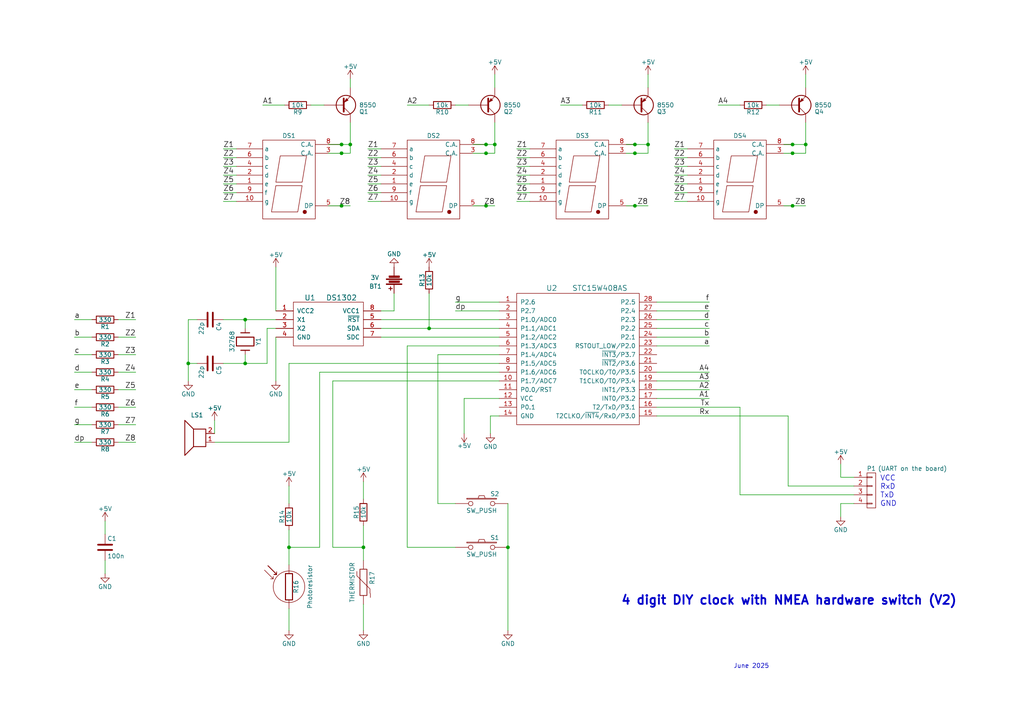
<source format=kicad_sch>
(kicad_sch (version 20250114) (generator "eeschema") (generator_version "9.0")
  (paper "A4")
  (lib_symbols
    (symbol "C_1" (pin_numbers (hide yes)) (pin_names (offset 0.254) (hide yes))
      (property "Reference" "C" (at 0.635 2.54 0))
      (property "Value" "C" (at 0.635 -2.54 0))
      (symbol "C_1_0_1"
        (polyline (pts (xy -2.032 0.762) (xy 2.032 0.762)) (stroke (width 0.508)))
        (polyline (pts (xy -2.032 -0.762) (xy 2.032 -0.762)) (stroke (width 0.508)))
      )
      (symbol "C_1_1_1"
        (pin passive line (at 0 3.81 270) (length 2.794) (name "~") (number "1"))
        (pin passive line (at 0 -3.81 90) (length 2.794) (name "~") (number "2"))
      )
    )
    (symbol "C_2" (pin_numbers (hide yes)) (pin_names (offset 0.254) (hide yes))
      (property "Reference" "C" (at 0.635 2.54 0))
      (property "Value" "C" (at 0.635 -2.54 0))
      (symbol "C_2_0_1"
        (polyline (pts (xy -2.032 0.762) (xy 2.032 0.762)) (stroke (width 0.508)))
        (polyline (pts (xy -2.032 -0.762) (xy 2.032 -0.762)) (stroke (width 0.508)))
      )
      (symbol "C_2_1_1"
        (pin passive line (at 0 3.81 270) (length 2.794) (name "~") (number "1"))
        (pin passive line (at 0 -3.81 90) (length 2.794) (name "~") (number "2"))
      )
    )
    (symbol "Device:Speaker" (pin_names (offset 0) (hide yes))
      (property "Reference" "LS" (at 1.27 5.715 0))
      (property "Value" "Speaker" (at 1.27 3.81 0))
      (symbol "Speaker_0_0"
        (rectangle (start -2.54 1.27) (end 1.016 -3.81) (stroke (width 0.254)))
        (polyline (pts (xy 1.016 1.27) (xy 3.556 3.81) (xy 3.556 -6.35) (xy 1.016 -3.81)) (stroke (width 0.254)))
      )
      (symbol "Speaker_1_1"
        (pin input line (at -5.08 0 0) (length 2.54) (name "1") (number "1"))
        (pin input line (at -5.08 -2.54 0) (length 2.54) (name "2") (number "2"))
      )
    )
    (symbol "S8550_1" (pin_numbers (hide yes)) (pin_names (offset 0) (hide yes))
      (property "Reference" "Q" (at 5.08 1.905 0))
      (property "Value" "S8550" (at 5.08 0 0))
      (property "Footprint" "TO-92" (at 5.08 -1.905 0))
      (symbol "S8550_1_0_1"
        (polyline (pts (xy 0 0) (xy 0.635 0)))
        (polyline (pts (xy 0.635 1.905) (xy 0.635 -1.905) (xy 0.635 -1.905)) (stroke (width 0.508)) (fill (type outline)))
        (circle (center 1.27 0) (radius 2.8194) (stroke (width 0.254)))
        (polyline (pts (xy 1.397 -1.905) (xy 1.905 -1.397) (xy 0.889 -0.889) (xy 1.397 -1.905) (xy 1.397 -1.905)) (fill (type outline)))
        (polyline (pts (xy 2.54 2.54) (xy 0.635 0.635)))
        (polyline (pts (xy 2.54 -2.54) (xy 0.635 -0.635)))
      )
      (symbol "S8550_1_1_1"
        (pin input line (at -5.08 0 0) (length 5.08) (name "B") (number "2"))
        (pin passive line (at 2.54 5.08 270) (length 2.54) (name "C") (number "3"))
        (pin passive line (at 2.54 -5.08 90) (length 2.54) (name "E") (number "1"))
      )
    )
    (symbol "S8550_2" (pin_numbers (hide yes)) (pin_names (offset 0) (hide yes))
      (property "Reference" "Q" (at 5.08 1.905 0))
      (property "Value" "S8550" (at 5.08 0 0))
      (property "Footprint" "TO-92" (at 5.08 -1.905 0))
      (symbol "S8550_2_0_1"
        (polyline (pts (xy 0 0) (xy 0.635 0)))
        (polyline (pts (xy 0.635 1.905) (xy 0.635 -1.905) (xy 0.635 -1.905)) (stroke (width 0.508)) (fill (type outline)))
        (circle (center 1.27 0) (radius 2.8194) (stroke (width 0.254)))
        (polyline (pts (xy 1.397 -1.905) (xy 1.905 -1.397) (xy 0.889 -0.889) (xy 1.397 -1.905) (xy 1.397 -1.905)) (fill (type outline)))
        (polyline (pts (xy 2.54 2.54) (xy 0.635 0.635)))
        (polyline (pts (xy 2.54 -2.54) (xy 0.635 -0.635)))
      )
      (symbol "S8550_2_1_1"
        (pin input line (at -5.08 0 0) (length 5.08) (name "B") (number "2"))
        (pin passive line (at 2.54 5.08 270) (length 2.54) (name "C") (number "3"))
        (pin passive line (at 2.54 -5.08 90) (length 2.54) (name "E") (number "1"))
      )
    )
    (symbol "S8550_3" (pin_numbers (hide yes)) (pin_names (offset 0) (hide yes))
      (property "Reference" "Q" (at 5.08 1.905 0))
      (property "Value" "S8550" (at 5.08 0 0))
      (property "Footprint" "TO-92" (at 5.08 -1.905 0))
      (symbol "S8550_3_0_1"
        (polyline (pts (xy 0 0) (xy 0.635 0)))
        (polyline (pts (xy 0.635 1.905) (xy 0.635 -1.905) (xy 0.635 -1.905)) (stroke (width 0.508)) (fill (type outline)))
        (circle (center 1.27 0) (radius 2.8194) (stroke (width 0.254)))
        (polyline (pts (xy 1.397 -1.905) (xy 1.905 -1.397) (xy 0.889 -0.889) (xy 1.397 -1.905) (xy 1.397 -1.905)) (fill (type outline)))
        (polyline (pts (xy 2.54 2.54) (xy 0.635 0.635)))
        (polyline (pts (xy 2.54 -2.54) (xy 0.635 -0.635)))
      )
      (symbol "S8550_3_1_1"
        (pin input line (at -5.08 0 0) (length 5.08) (name "B") (number "2"))
        (pin passive line (at 2.54 5.08 270) (length 2.54) (name "C") (number "3"))
        (pin passive line (at 2.54 -5.08 90) (length 2.54) (name "E") (number "1"))
      )
    )
    (symbol "S8550_4" (pin_numbers (hide yes)) (pin_names (offset 0) (hide yes))
      (property "Reference" "Q" (at 5.08 1.905 0))
      (property "Value" "S8550" (at 5.08 0 0))
      (property "Footprint" "TO-92" (at 5.08 -1.905 0))
      (symbol "S8550_4_0_1"
        (polyline (pts (xy 0 0) (xy 0.635 0)))
        (polyline (pts (xy 0.635 1.905) (xy 0.635 -1.905) (xy 0.635 -1.905)) (stroke (width 0.508)) (fill (type outline)))
        (circle (center 1.27 0) (radius 2.8194) (stroke (width 0.254)))
        (polyline (pts (xy 1.397 -1.905) (xy 1.905 -1.397) (xy 0.889 -0.889) (xy 1.397 -1.905) (xy 1.397 -1.905)) (fill (type outline)))
        (polyline (pts (xy 2.54 2.54) (xy 0.635 0.635)))
        (polyline (pts (xy 2.54 -2.54) (xy 0.635 -0.635)))
      )
      (symbol "S8550_4_1_1"
        (pin input line (at -5.08 0 0) (length 5.08) (name "B") (number "2"))
        (pin passive line (at 2.54 5.08 270) (length 2.54) (name "C") (number "3"))
        (pin passive line (at 2.54 -5.08 90) (length 2.54) (name "E") (number "1"))
      )
    )
    (symbol "stc_diyclock-rescue:+5V" (power) (pin_names (offset 0))
      (property "Value" "+5V" (at 0 3.556 0))
      (symbol "+5V_0_1"
        (polyline (pts (xy -0.762 1.27) (xy 0 2.54)))
        (polyline (pts (xy 0 2.54) (xy 0.762 1.27)))
        (polyline (pts (xy 0 0) (xy 0 2.54)))
      )
      (symbol "+5V_1_1"
        (pin power_in line (at 0 0 90) (length 0) (hide yes) (name "+5V") (number "1"))
      )
    )
    (symbol "stc_diyclock-rescue:7SEGMENTS"
      (property "Reference" "AFF" (at 0 13.97 0))
      (property "Value" "7SEGMENTS" (at 0 -11.43 0))
      (symbol "7SEGMENTS_0_1"
        (rectangle (start -7.62 12.7) (end 7.62 -10.16))
        (polyline (pts (xy -3.81 -0.508) (xy 3.81 -0.508) (xy 2.54 -8.128) (xy -5.08 -8.128) (xy -3.81 -0.508) (xy -3.81 -0.508)))
        (polyline (pts (xy -2.54 8.128) (xy 5.08 8.128) (xy 3.81 0.508) (xy -3.81 0.508) (xy -2.54 8.128) (xy -2.54 8.128)))
        (circle (center 4.572 -8.128) (radius 0.508) (fill (type outline)))
      )
      (symbol "7SEGMENTS_1_1"
        (pin input line (at -15.24 10.16 0) (length 7.62) (name "a") (number "7"))
        (pin input line (at -15.24 7.62 0) (length 7.62) (name "b") (number "6"))
        (pin input line (at -15.24 5.08 0) (length 7.62) (name "c") (number "4"))
        (pin input line (at -15.24 2.54 0) (length 7.62) (name "d") (number "2"))
        (pin input line (at -15.24 0 0) (length 7.62) (name "e") (number "1"))
        (pin input line (at -15.24 -2.54 0) (length 7.62) (name "f") (number "9"))
        (pin input line (at -15.24 -5.08 0) (length 7.62) (name "g") (number "10"))
        (pin input line (at 15.24 11.43 180) (length 7.62) (name "C.A.") (number "8"))
        (pin input line (at 15.24 8.89 180) (length 7.62) (name "C.A.") (number "3"))
        (pin input line (at 15.24 -6.35 180) (length 7.62) (name "DP") (number "5"))
      )
    )
    (symbol "stc_diyclock-rescue:Battery" (pin_numbers (hide yes)) (pin_names (offset 0))
      (property "Reference" "BT" (at 2.54 1.27 0))
      (property "Value" "Battery" (at 2.54 -1.27 0))
      (symbol "Battery_0_1"
        (rectangle (start -2.286 1.27) (end 2.286 1.016) (fill (type outline)))
        (rectangle (start -2.286 -0.1778) (end 2.286 -0.4318) (fill (type outline)))
        (rectangle (start -1.5748 0.6858) (end 1.4732 0.1778) (fill (type outline)))
        (rectangle (start -1.5748 -0.762) (end 1.4732 -1.27) (fill (type outline)))
        (polyline (pts (xy 0.508 2.413) (xy 1.524 2.413)) (stroke (width 0.254)))
        (polyline (pts (xy 1.016 2.921) (xy 1.016 1.905)) (stroke (width 0.254)))
      )
      (symbol "Battery_1_1"
        (pin passive line (at 0 3.81 270) (length 2.54) (name "~") (number "1"))
        (pin passive line (at 0 -3.81 90) (length 2.54) (name "~") (number "2"))
      )
    )
    (symbol "stc_diyclock-rescue:C" (pin_numbers (hide yes)) (pin_names (offset 0.254))
      (property "Reference" "C" (at 0.635 2.54 0))
      (property "Value" "C" (at 0.635 -2.54 0))
      (symbol "C_0_1"
        (polyline (pts (xy -2.032 0.762) (xy 2.032 0.762)) (stroke (width 0.508)))
        (polyline (pts (xy -2.032 -0.762) (xy 2.032 -0.762)) (stroke (width 0.508)))
      )
      (symbol "C_1_1"
        (pin passive line (at 0 3.81 270) (length 2.794) (name "~") (number "1"))
        (pin passive line (at 0 -3.81 90) (length 2.794) (name "~") (number "2"))
      )
    )
    (symbol "stc_diyclock-rescue:CONN_01X04" (pin_names (offset 1.016) (hide yes))
      (property "Reference" "P" (at 0 6.35 0))
      (property "Value" "CONN_01X04" (at 2.54 0 90))
      (symbol "CONN_01X04_0_1"
        (rectangle (start -1.27 5.08) (end 1.27 -5.08))
        (rectangle (start -1.27 3.937) (end 0.254 3.683))
        (rectangle (start -1.27 1.397) (end 0.254 1.143))
        (rectangle (start -1.27 -1.143) (end 0.254 -1.397))
        (rectangle (start -1.27 -3.683) (end 0.254 -3.937))
      )
      (symbol "CONN_01X04_1_1"
        (pin passive line (at -5.08 3.81 0) (length 3.81) (name "P1") (number "1"))
        (pin passive line (at -5.08 1.27 0) (length 3.81) (name "P2") (number "2"))
        (pin passive line (at -5.08 -1.27 0) (length 3.81) (name "P3") (number "3"))
        (pin passive line (at -5.08 -3.81 0) (length 3.81) (name "P4") (number "4"))
      )
    )
    (symbol "stc_diyclock-rescue:Crystal" (pin_numbers (hide yes)) (pin_names (offset 1.016) (hide yes))
      (property "Reference" "Y" (at 0 3.81 0))
      (property "Value" "Crystal" (at 0 -3.81 0))
      (symbol "Crystal_0_1"
        (polyline (pts (xy -2.54 -1.27) (xy -2.54 1.27)) (stroke (width 0.3048)))
        (rectangle (start -1.27 2.54) (end 1.27 -2.54) (stroke (width 0.3048)))
        (polyline (pts (xy 2.54 -1.27) (xy 2.54 1.27)) (stroke (width 0.3048)))
      )
      (symbol "Crystal_1_1"
        (pin passive line (at -3.81 0 0) (length 1.27) (name "1") (number "1"))
        (pin passive line (at 3.81 0 180) (length 1.27) (name "2") (number "2"))
      )
    )
    (symbol "stc_diyclock-rescue:DS1302" (pin_names (offset 1.016))
      (property "Reference" "U" (at 0 7.62 0))
      (property "Value" "DS1302" (at 0 -7.62 0))
      (symbol "DS1302_0_1"
        (rectangle (start -10.16 6.35) (end 10.16 -6.35))
      )
      (symbol "DS1302_1_1"
        (pin input line (at -15.24 3.81 0) (length 5.08) (name "VCC2") (number "1"))
        (pin input line (at -15.24 1.27 0) (length 5.08) (name "X1") (number "2"))
        (pin output line (at -15.24 -1.27 0) (length 5.08) (name "X2") (number "3"))
        (pin power_in line (at -15.24 -3.81 0) (length 5.08) (name "GND") (number "4"))
        (pin power_in line (at 15.24 3.81 180) (length 5.08) (name "VCC1") (number "8"))
        (pin input line (at 15.24 1.27 180) (length 5.08) (name "~{RST}") (number "5"))
        (pin bidirectional line (at 15.24 -1.27 180) (length 5.08) (name "SDA") (number "6"))
        (pin input line (at 15.24 -3.81 180) (length 5.08) (name "SDC") (number "7"))
      )
    )
    (symbol "stc_diyclock-rescue:GND" (power) (pin_names (offset 0))
      (property "Value" "GND" (at 0 -3.81 0))
      (symbol "GND_0_1"
        (polyline (pts (xy 0 0) (xy 0 -1.27) (xy 1.27 -1.27) (xy 0 -2.54) (xy -1.27 -1.27) (xy 0 -1.27)))
      )
      (symbol "GND_1_1"
        (pin power_in line (at 0 0 270) (length 0) (hide yes) (name "GND") (number "1"))
      )
    )
    (symbol "stc_diyclock-rescue:Photores" (pin_numbers (hide yes)) (pin_names (offset 0))
      (property "Reference" "R" (at 2.032 0 90))
      (property "Value" "Photores" (at 5.334 0 90))
      (symbol "Photores_0_1"
        (polyline (pts (xy -4.572 2.286) (xy -7.112 4.826)))
        (polyline (pts (xy -4.572 2.286) (xy -5.334 2.286)))
        (polyline (pts (xy -4.572 2.286) (xy -4.572 3.048)))
        (polyline (pts (xy -3.556 3.556) (xy -6.096 6.096)))
        (polyline (pts (xy -3.556 3.556) (xy -6.096 6.096)))
        (polyline (pts (xy -3.556 3.556) (xy -6.096 6.096)))
        (polyline (pts (xy -3.556 3.556) (xy -6.096 6.096)))
        (polyline (pts (xy -3.556 3.556) (xy -6.096 6.096)))
        (polyline (pts (xy -3.556 3.556) (xy -6.096 6.096)))
        (polyline (pts (xy -3.556 3.556) (xy -6.096 6.096)))
        (polyline (pts (xy -3.556 3.556) (xy -6.096 6.096)))
        (polyline (pts (xy -3.556 3.556) (xy -4.318 3.556)))
        (polyline (pts (xy -3.556 3.556) (xy -4.318 3.556)))
        (polyline (pts (xy -3.556 3.556) (xy -4.318 3.556)))
        (polyline (pts (xy -3.556 3.556) (xy -4.318 3.556)))
        (polyline (pts (xy -3.556 3.556) (xy -4.318 3.556)))
        (polyline (pts (xy -3.556 3.556) (xy -4.318 3.556)))
        (polyline (pts (xy -3.556 3.556) (xy -4.318 3.556)))
        (polyline (pts (xy -3.556 3.556) (xy -4.318 3.556)))
        (polyline (pts (xy -3.556 3.556) (xy -3.556 4.318)))
        (polyline (pts (xy -3.556 3.556) (xy -3.556 4.318)))
        (polyline (pts (xy -3.556 3.556) (xy -3.556 4.318)))
        (polyline (pts (xy -3.556 3.556) (xy -3.556 4.318)))
        (polyline (pts (xy -3.556 3.556) (xy -3.556 4.318)))
        (polyline (pts (xy -3.556 3.556) (xy -3.556 4.318)))
        (polyline (pts (xy -3.556 3.556) (xy -3.556 4.318)))
        (polyline (pts (xy -3.556 3.556) (xy -3.556 4.318)))
        (rectangle (start -1.016 3.81) (end 1.016 -3.81) (stroke (width 0.3048)))
        (circle (center 0 0) (radius 4.572))
      )
      (symbol "Photores_1_1"
        (pin passive line (at 0 6.35 270) (length 2.54) (name "~") (number "1"))
        (pin passive line (at 0 -6.35 90) (length 2.54) (name "~") (number "2"))
      )
    )
    (symbol "stc_diyclock-rescue:R" (pin_numbers (hide yes)) (pin_names (offset 0))
      (property "Reference" "R" (at 2.032 0 90))
      (property "Value" "R" (at 0 0 90))
      (symbol "R_0_1"
        (rectangle (start -1.016 -2.54) (end 1.016 2.54) (stroke (width 0.254)))
      )
      (symbol "R_1_1"
        (pin passive line (at 0 3.81 270) (length 1.27) (name "~") (number "1"))
        (pin passive line (at 0 -3.81 90) (length 1.27) (name "~") (number "2"))
      )
    )
    (symbol "stc_diyclock-rescue:STC15W408AS" (pin_names (offset 1.016))
      (property "Reference" "U" (at 0 20.32 0))
      (property "Value" "STC15W408AS" (at 0 -20.32 0))
      (symbol "STC15W408AS_0_1"
        (rectangle (start 17.78 19.05) (end -17.78 -19.05))
      )
      (symbol "STC15W408AS_1_1"
        (pin bidirectional line (at -22.86 16.51 0) (length 5.08) (name "P2.6") (number "1"))
        (pin bidirectional line (at -22.86 13.97 0) (length 5.08) (name "P2.7") (number "2"))
        (pin bidirectional line (at -22.86 11.43 0) (length 5.08) (name "P1.0/ADC0") (number "3"))
        (pin bidirectional line (at -22.86 8.89 0) (length 5.08) (name "P1.1/ADC1") (number "4"))
        (pin bidirectional line (at -22.86 6.35 0) (length 5.08) (name "P1.2/ADC2") (number "5"))
        (pin bidirectional line (at -22.86 3.81 0) (length 5.08) (name "P1.3/ADC3") (number "6"))
        (pin bidirectional line (at -22.86 1.27 0) (length 5.08) (name "P1.4/ADC4") (number "7"))
        (pin bidirectional line (at -22.86 -1.27 0) (length 5.08) (name "P1.5/ADC5") (number "8"))
        (pin bidirectional line (at -22.86 -3.81 0) (length 5.08) (name "P1.6/ADC6") (number "9"))
        (pin bidirectional line (at -22.86 -6.35 0) (length 5.08) (name "P1.7/ADC7") (number "10"))
        (pin bidirectional line (at -22.86 -8.89 0) (length 5.08) (name "P0.0/RST") (number "11"))
        (pin power_in line (at -22.86 -11.43 0) (length 5.08) (name "VCC") (number "12"))
        (pin bidirectional line (at -22.86 -13.97 0) (length 5.08) (name "P0.1") (number "13"))
        (pin input line (at -22.86 -16.51 0) (length 5.08) (name "GND") (number "14"))
        (pin bidirectional line (at 22.86 16.51 180) (length 5.08) (name "P2.5") (number "28"))
        (pin bidirectional line (at 22.86 13.97 180) (length 5.08) (name "P2.4") (number "27"))
        (pin bidirectional line (at 22.86 11.43 180) (length 5.08) (name "P2.3") (number "26"))
        (pin bidirectional line (at 22.86 8.89 180) (length 5.08) (name "P2.2") (number "25"))
        (pin bidirectional line (at 22.86 6.35 180) (length 5.08) (name "P2.1") (number "24"))
        (pin bidirectional line (at 22.86 3.81 180) (length 5.08) (name "RSTOUT_LOW/P2.0") (number "23"))
        (pin bidirectional line (at 22.86 1.27 180) (length 5.08) (name "~{INT3}/P3.7") (number "22"))
        (pin bidirectional line (at 22.86 -1.27 180) (length 5.08) (name "~{INT2}/P3.6") (number "21"))
        (pin bidirectional line (at 22.86 -3.81 180) (length 5.08) (name "T0CLKO/T0/P3.5") (number "20"))
        (pin bidirectional line (at 22.86 -6.35 180) (length 5.08) (name "T1CLKO/T0/P3.4") (number "19"))
        (pin bidirectional line (at 22.86 -8.89 180) (length 5.08) (name "INT1/P3.3") (number "18"))
        (pin bidirectional line (at 22.86 -11.43 180) (length 5.08) (name "INT0/P3.2") (number "17"))
        (pin bidirectional line (at 22.86 -13.97 180) (length 5.08) (name "T2/TxD/P3.1") (number "16"))
        (pin bidirectional line (at 22.86 -16.51 180) (length 5.08) (name "T2CLKO/~{INT4}/RxD/P3.0") (number "15"))
      )
    )
    (symbol "stc_diyclock-rescue:SW_PUSH" (pin_numbers (hide yes)) (pin_names (offset 1.016) (hide yes))
      (property "Reference" "SW" (at 3.81 2.794 0))
      (property "Value" "SW_PUSH" (at 0 -2.032 0))
      (symbol "SW_PUSH_0_1"
        (rectangle (start -4.318 1.27) (end 4.318 1.524))
        (polyline (pts (xy -1.016 1.524) (xy -0.762 2.286) (xy 0.762 2.286) (xy 1.016 1.524)))
        (pin passive inverted (at -7.62 0 0) (length 5.08) (name "1") (number "1"))
        (pin passive inverted (at 7.62 0 180) (length 5.08) (name "2") (number "2"))
      )
    )
    (symbol "stc_diyclock-rescue:THERMISTOR" (pin_numbers (hide yes)) (pin_names (offset 0))
      (property "Reference" "TH" (at 2.54 1.27 90))
      (property "Value" "THERMISTOR" (at -2.54 0 90))
      (symbol "THERMISTOR_0_1"
        (polyline (pts (xy -1.905 3.175) (xy -1.905 1.905) (xy 1.905 -1.905) (xy 1.905 -3.175) (xy 1.905 -3.175)))
        (rectangle (start -1.016 3.81) (end 1.016 -3.81) (stroke (width 0.2032)))
        (text "-" (at 1.905 -3.81 900) (effects (font (size 1.524 1.524))))
      )
      (symbol "THERMISTOR_1_1"
        (pin passive line (at 0 6.35 270) (length 2.54) (name "~") (number "1"))
        (pin passive line (at 0 -6.35 90) (length 2.54) (name "~") (number "2"))
      )
    )
  )
  (text "VCC\nRxD\nTxD\nGND" (at 255.27 147.066 0) (effects (font (size 1.524 1.524)) (justify left bottom)))
  (text "June 2025" (at 217.932 193.294 0) (effects (font (size 1.27 1.27))))
  (text "4 digit DIY clock with NMEA hardware switch (V2)" (at 228.854 174.244 0) (effects (font (size 2.54 2.54) (thickness 0.508) (bold yes))))
  (junction (at 229.87 59.69))
  (junction (at 140.97 44.45))
  (junction (at 140.97 59.69))
  (junction (at 54.61 105.41))
  (junction (at 184.15 41.91))
  (junction (at 124.46 95.25))
  (junction (at 101.6 41.91))
  (junction (at 184.15 44.45))
  (junction (at 99.06 44.45))
  (junction (at 105.41 158.75))
  (junction (at 99.06 41.91))
  (junction (at 83.82 158.75))
  (junction (at 140.97 41.91))
  (junction (at 99.06 59.69))
  (junction (at 229.87 44.45))
  (junction (at 71.12 92.71))
  (junction (at 143.51 41.91))
  (junction (at 184.15 59.69))
  (junction (at 233.68 41.91))
  (junction (at 71.12 105.41))
  (junction (at 147.32 158.75))
  (junction (at 187.96 41.91))
  (junction (at 229.87 41.91))
  (wire (pts (xy 190.5 113.03) (xy 205.74 113.03)))
  (wire (pts (xy 54.61 105.41) (xy 57.15 105.41)))
  (wire (pts (xy 190.5 95.25) (xy 205.74 95.25)))
  (wire (pts (xy 34.29 118.11) (xy 39.37 118.11)))
  (wire (pts (xy 92.71 107.95) (xy 144.78 107.95)))
  (wire (pts (xy 105.41 152.4) (xy 105.41 158.75)))
  (wire (pts (xy 140.97 41.91) (xy 143.51 41.91)))
  (wire (pts (xy 101.6 41.91) (xy 101.6 35.56)))
  (wire (pts (xy 132.08 30.48) (xy 135.89 30.48)))
  (wire (pts (xy 34.29 102.87) (xy 39.37 102.87)))
  (wire (pts (xy 137.16 41.91) (xy 140.97 41.91)))
  (wire (pts (xy 26.67 118.11) (xy 21.59 118.11)))
  (wire (pts (xy 71.12 95.25) (xy 71.12 92.71)))
  (wire (pts (xy 110.49 53.34) (xy 106.68 53.34)))
  (wire (pts (xy 127 146.05) (xy 132.08 146.05)))
  (wire (pts (xy 247.65 146.05) (xy 243.84 146.05)))
  (wire (pts (xy 83.82 158.75) (xy 92.71 158.75)))
  (wire (pts (xy 187.96 25.4) (xy 187.96 21.59)))
  (wire (pts (xy 110.49 55.88) (xy 106.68 55.88)))
  (wire (pts (xy 127 102.87) (xy 127 146.05)))
  (wire (pts (xy 34.29 113.03) (xy 39.37 113.03)))
  (wire (pts (xy 190.5 120.65) (xy 228.6 120.65)))
  (wire (pts (xy 144.78 100.33) (xy 118.11 100.33)))
  (wire (pts (xy 105.41 158.75) (xy 105.41 162.56)))
  (wire (pts (xy 95.25 59.69) (xy 99.06 59.69)))
  (wire (pts (xy 229.87 44.45) (xy 233.68 44.45)))
  (wire (pts (xy 190.5 110.49) (xy 205.74 110.49)))
  (wire (pts (xy 93.98 30.48) (xy 90.17 30.48)))
  (wire (pts (xy 96.52 110.49) (xy 144.78 110.49)))
  (wire (pts (xy 34.29 92.71) (xy 39.37 92.71)))
  (wire (pts (xy 110.49 45.72) (xy 106.68 45.72)))
  (wire (pts (xy 144.78 115.57) (xy 134.62 115.57)))
  (wire (pts (xy 153.67 50.8) (xy 149.86 50.8)))
  (wire (pts (xy 26.67 92.71) (xy 21.59 92.71)))
  (wire (pts (xy 144.78 120.65) (xy 142.24 120.65)))
  (wire (pts (xy 110.49 58.42) (xy 106.68 58.42)))
  (wire (pts (xy 233.68 41.91) (xy 233.68 35.56)))
  (wire (pts (xy 143.51 41.91) (xy 143.51 35.56)))
  (wire (pts (xy 190.5 107.95) (xy 205.74 107.95)))
  (wire (pts (xy 181.61 44.45) (xy 184.15 44.45)))
  (wire (pts (xy 184.15 59.69) (xy 187.96 59.69)))
  (wire (pts (xy 68.58 55.88) (xy 64.77 55.88)))
  (wire (pts (xy 214.63 118.11) (xy 214.63 143.51)))
  (wire (pts (xy 214.63 143.51) (xy 247.65 143.51)))
  (wire (pts (xy 227.33 44.45) (xy 229.87 44.45)))
  (wire (pts (xy 99.06 44.45) (xy 101.6 44.45)))
  (wire (pts (xy 26.67 97.79) (xy 21.59 97.79)))
  (wire (pts (xy 243.84 146.05) (xy 243.84 149.86)))
  (wire (pts (xy 110.49 97.79) (xy 144.78 97.79)))
  (wire (pts (xy 77.47 105.41) (xy 77.47 95.25)))
  (wire (pts (xy 233.68 44.45) (xy 233.68 41.91)))
  (wire (pts (xy 229.87 59.69) (xy 233.68 59.69)))
  (wire (pts (xy 184.15 41.91) (xy 187.96 41.91)))
  (wire (pts (xy 99.06 59.69) (xy 101.6 59.69)))
  (wire (pts (xy 153.67 55.88) (xy 149.86 55.88)))
  (wire (pts (xy 153.67 48.26) (xy 149.86 48.26)))
  (wire (pts (xy 34.29 97.79) (xy 39.37 97.79)))
  (wire (pts (xy 199.39 50.8) (xy 195.58 50.8)))
  (wire (pts (xy 187.96 44.45) (xy 187.96 41.91)))
  (wire (pts (xy 83.82 158.75) (xy 83.82 163.83)))
  (wire (pts (xy 181.61 41.91) (xy 184.15 41.91)))
  (wire (pts (xy 190.5 90.17) (xy 205.74 90.17)))
  (wire (pts (xy 34.29 107.95) (xy 39.37 107.95)))
  (wire (pts (xy 26.67 123.19) (xy 21.59 123.19)))
  (wire (pts (xy 96.52 110.49) (xy 96.52 158.75)))
  (wire (pts (xy 92.71 107.95) (xy 92.71 158.75)))
  (wire (pts (xy 144.78 87.63) (xy 132.08 87.63)))
  (wire (pts (xy 243.84 138.43) (xy 247.65 138.43)))
  (wire (pts (xy 190.5 100.33) (xy 205.74 100.33)))
  (wire (pts (xy 80.01 77.47) (xy 80.01 90.17)))
  (wire (pts (xy 168.91 30.48) (xy 162.56 30.48)))
  (wire (pts (xy 96.52 158.75) (xy 105.41 158.75)))
  (wire (pts (xy 144.78 102.87) (xy 127 102.87)))
  (wire (pts (xy 105.41 175.26) (xy 105.41 182.88)))
  (wire (pts (xy 95.25 41.91) (xy 99.06 41.91)))
  (wire (pts (xy 190.5 97.79) (xy 205.74 97.79)))
  (wire (pts (xy 110.49 95.25) (xy 124.46 95.25)))
  (wire (pts (xy 229.87 41.91) (xy 233.68 41.91)))
  (wire (pts (xy 199.39 45.72) (xy 195.58 45.72)))
  (wire (pts (xy 26.67 102.87) (xy 21.59 102.87)))
  (wire (pts (xy 71.12 105.41) (xy 71.12 102.87)))
  (wire (pts (xy 184.15 44.45) (xy 187.96 44.45)))
  (wire (pts (xy 153.67 45.72) (xy 149.86 45.72)))
  (wire (pts (xy 147.32 158.75) (xy 147.32 182.88)))
  (wire (pts (xy 105.41 144.78) (xy 105.41 139.7)))
  (wire (pts (xy 34.29 128.27) (xy 39.37 128.27)))
  (wire (pts (xy 124.46 85.09) (xy 124.46 95.25)))
  (wire (pts (xy 228.6 140.97) (xy 247.65 140.97)))
  (wire (pts (xy 110.49 92.71) (xy 144.78 92.71)))
  (wire (pts (xy 30.48 151.13) (xy 30.48 154.94)))
  (wire (pts (xy 68.58 53.34) (xy 64.77 53.34)))
  (wire (pts (xy 118.11 158.75) (xy 132.08 158.75)))
  (wire (pts (xy 34.29 123.19) (xy 39.37 123.19)))
  (wire (pts (xy 83.82 128.27) (xy 62.23 128.27)))
  (wire (pts (xy 153.67 53.34) (xy 149.86 53.34)))
  (wire (pts (xy 68.58 50.8) (xy 64.77 50.8)))
  (wire (pts (xy 137.16 44.45) (xy 140.97 44.45)))
  (wire (pts (xy 199.39 48.26) (xy 195.58 48.26)))
  (wire (pts (xy 243.84 134.62) (xy 243.84 138.43)))
  (wire (pts (xy 110.49 50.8) (xy 106.68 50.8)))
  (wire (pts (xy 99.06 41.91) (xy 101.6 41.91)))
  (wire (pts (xy 137.16 59.69) (xy 140.97 59.69)))
  (wire (pts (xy 181.61 59.69) (xy 184.15 59.69)))
  (wire (pts (xy 83.82 153.67) (xy 83.82 158.75)))
  (wire (pts (xy 227.33 59.69) (xy 229.87 59.69)))
  (wire (pts (xy 142.24 120.65) (xy 142.24 125.73)))
  (wire (pts (xy 199.39 58.42) (xy 195.58 58.42)))
  (wire (pts (xy 54.61 92.71) (xy 54.61 105.41)))
  (wire (pts (xy 26.67 107.95) (xy 21.59 107.95)))
  (wire (pts (xy 110.49 90.17) (xy 114.3 90.17)))
  (wire (pts (xy 101.6 44.45) (xy 101.6 41.91)))
  (wire (pts (xy 124.46 95.25) (xy 144.78 95.25)))
  (wire (pts (xy 68.58 58.42) (xy 64.77 58.42)))
  (wire (pts (xy 199.39 55.88) (xy 195.58 55.88)))
  (wire (pts (xy 80.01 92.71) (xy 71.12 92.71)))
  (wire (pts (xy 214.63 30.48) (xy 208.28 30.48)))
  (wire (pts (xy 68.58 45.72) (xy 64.77 45.72)))
  (wire (pts (xy 62.23 121.92) (xy 62.23 125.73)))
  (wire (pts (xy 26.67 128.27) (xy 21.59 128.27)))
  (wire (pts (xy 143.51 44.45) (xy 143.51 41.91)))
  (wire (pts (xy 147.32 146.05) (xy 147.32 158.75)))
  (wire (pts (xy 101.6 25.4) (xy 101.6 22.86)))
  (wire (pts (xy 110.49 48.26) (xy 106.68 48.26)))
  (wire (pts (xy 54.61 105.41) (xy 54.61 110.49)))
  (wire (pts (xy 144.78 90.17) (xy 132.08 90.17)))
  (wire (pts (xy 199.39 43.18) (xy 195.58 43.18)))
  (wire (pts (xy 83.82 176.53) (xy 83.82 182.88)))
  (wire (pts (xy 140.97 59.69) (xy 143.51 59.69)))
  (wire (pts (xy 180.34 30.48) (xy 176.53 30.48)))
  (wire (pts (xy 64.77 105.41) (xy 71.12 105.41)))
  (wire (pts (xy 228.6 120.65) (xy 228.6 140.97)))
  (wire (pts (xy 95.25 44.45) (xy 99.06 44.45)))
  (wire (pts (xy 71.12 105.41) (xy 77.47 105.41)))
  (wire (pts (xy 71.12 92.71) (xy 64.77 92.71)))
  (wire (pts (xy 68.58 48.26) (xy 64.77 48.26)))
  (wire (pts (xy 140.97 44.45) (xy 143.51 44.45)))
  (wire (pts (xy 82.55 30.48) (xy 76.2 30.48)))
  (wire (pts (xy 153.67 58.42) (xy 149.86 58.42)))
  (wire (pts (xy 190.5 115.57) (xy 205.74 115.57)))
  (wire (pts (xy 83.82 105.41) (xy 83.82 128.27)))
  (wire (pts (xy 199.39 53.34) (xy 195.58 53.34)))
  (wire (pts (xy 83.82 146.05) (xy 83.82 140.97)))
  (wire (pts (xy 233.68 25.4) (xy 233.68 21.59)))
  (wire (pts (xy 190.5 118.11) (xy 214.63 118.11)))
  (wire (pts (xy 227.33 41.91) (xy 229.87 41.91)))
  (wire (pts (xy 118.11 100.33) (xy 118.11 158.75)))
  (wire (pts (xy 114.3 85.09) (xy 114.3 90.17)))
  (wire (pts (xy 143.51 25.4) (xy 143.51 21.59)))
  (wire (pts (xy 144.78 105.41) (xy 83.82 105.41)))
  (wire (pts (xy 226.06 30.48) (xy 222.25 30.48)))
  (wire (pts (xy 110.49 43.18) (xy 106.68 43.18)))
  (wire (pts (xy 190.5 92.71) (xy 205.74 92.71)))
  (wire (pts (xy 30.48 162.56) (xy 30.48 166.37)))
  (wire (pts (xy 57.15 92.71) (xy 54.61 92.71)))
  (wire (pts (xy 134.62 115.57) (xy 134.62 125.73)))
  (wire (pts (xy 153.67 43.18) (xy 149.86 43.18)))
  (wire (pts (xy 124.46 30.48) (xy 118.11 30.48)))
  (wire (pts (xy 187.96 41.91) (xy 187.96 35.56)))
  (wire (pts (xy 190.5 87.63) (xy 205.74 87.63)))
  (wire (pts (xy 26.67 113.03) (xy 21.59 113.03)))
  (wire (pts (xy 68.58 43.18) (xy 64.77 43.18)))
  (wire (pts (xy 80.01 97.79) (xy 80.01 110.49)))
  (wire (pts (xy 80.01 95.25) (xy 77.47 95.25)))
  (label "c" (at 21.59 102.87 0) (effects (font (size 1.524 1.524))))
  (label "Z2" (at 195.58 45.72 0) (effects (font (size 1.524 1.524))))
  (label "d" (at 21.59 107.95 0) (effects (font (size 1.524 1.524))))
  (label "dp" (at 132.08 90.17 0) (effects (font (size 1.524 1.524))))
  (label "a" (at 21.59 92.71 0) (effects (font (size 1.524 1.524))))
  (label "b" (at 21.59 97.79 0) (effects (font (size 1.524 1.524))))
  (label "  " (at 132.08 118.11 0) (effects (font (size 1.524 1.524))))
  (label "Z6" (at 106.68 55.88 0) (effects (font (size 1.524 1.524))))
  (label "Z2" (at 39.37 97.79 180) (effects (font (size 1.524 1.524))))
  (label "Z8" (at 233.68 59.69 180) (effects (font (size 1.524 1.524))))
  (label "Z4" (at 149.86 50.8 0) (effects (font (size 1.524 1.524))))
  (label "Z3" (at 195.58 48.26 0) (effects (font (size 1.524 1.524))))
  (label "A1" (at 205.74 115.57 180) (effects (font (size 1.524 1.524))))
  (label "A4" (at 208.28 30.48 0) (effects (font (size 1.524 1.524))))
  (label "Z2" (at 106.68 45.72 0) (effects (font (size 1.524 1.524))))
  (label "g" (at 132.08 87.63 0) (effects (font (size 1.524 1.524))))
  (label "Z4" (at 195.58 50.8 0) (effects (font (size 1.524 1.524))))
  (label "Z3" (at 64.77 48.26 0) (effects (font (size 1.524 1.524))))
  (label "Z1" (at 39.37 92.71 180) (effects (font (size 1.524 1.524))))
  (label "Z7" (at 106.68 58.42 0) (effects (font (size 1.524 1.524))))
  (label "Z8" (at 101.6 59.69 180) (effects (font (size 1.524 1.524))))
  (label "Z5" (at 106.68 53.34 0) (effects (font (size 1.524 1.524))))
  (label "Z3" (at 106.68 48.26 0) (effects (font (size 1.524 1.524))))
  (label "a" (at 205.74 100.33 180) (effects (font (size 1.524 1.524))))
  (label "Z1" (at 195.58 43.18 0) (effects (font (size 1.524 1.524))))
  (label "A2" (at 118.11 30.48 0) (effects (font (size 1.524 1.524))))
  (label "Z7" (at 39.37 123.19 180) (effects (font (size 1.524 1.524))))
  (label "f" (at 21.59 118.11 0) (effects (font (size 1.524 1.524))))
  (label "Z6" (at 195.58 55.88 0) (effects (font (size 1.524 1.524))))
  (label "Z1" (at 106.68 43.18 0) (effects (font (size 1.524 1.524))))
  (label "f" (at 205.74 87.63 180) (effects (font (size 1.524 1.524))))
  (label "A4" (at 205.74 107.95 180) (effects (font (size 1.524 1.524))))
  (label "b" (at 205.74 97.79 180) (effects (font (size 1.524 1.524))))
  (label "Z4" (at 64.77 50.8 0) (effects (font (size 1.524 1.524))))
  (label "Z5" (at 39.37 113.03 180) (effects (font (size 1.524 1.524))))
  (label "A3" (at 205.74 110.49 180) (effects (font (size 1.524 1.524))))
  (label "  " (at 132.08 113.03 0) (effects (font (size 1.524 1.524))))
  (label "Z1" (at 64.77 43.18 0) (effects (font (size 1.524 1.524))))
  (label "Rx" (at 205.74 120.65 180) (effects (font (size 1.524 1.524))))
  (label "Z6" (at 64.77 55.88 0) (effects (font (size 1.524 1.524))))
  (label "Tx" (at 205.74 118.11 180) (effects (font (size 1.524 1.524))))
  (label "Z5" (at 195.58 53.34 0) (effects (font (size 1.524 1.524))))
  (label "Z7" (at 149.86 58.42 0) (effects (font (size 1.524 1.524))))
  (label "d" (at 205.74 92.71 180) (effects (font (size 1.524 1.524))))
  (label "Z5" (at 64.77 53.34 0) (effects (font (size 1.524 1.524))))
  (label "e" (at 21.59 113.03 0) (effects (font (size 1.524 1.524))))
  (label "Z6" (at 149.86 55.88 0) (effects (font (size 1.524 1.524))))
  (label "A1" (at 76.2 30.48 0) (effects (font (size 1.524 1.524))))
  (label "Z4" (at 106.68 50.8 0) (effects (font (size 1.524 1.524))))
  (label "g" (at 21.59 123.19 0) (effects (font (size 1.524 1.524))))
  (label "Z7" (at 195.58 58.42 0) (effects (font (size 1.524 1.524))))
  (label "Z1" (at 149.86 43.18 0) (effects (font (size 1.524 1.524))))
  (label "Z6" (at 39.37 118.11 180) (effects (font (size 1.524 1.524))))
  (label "Z3" (at 149.86 48.26 0) (effects (font (size 1.524 1.524))))
  (label "Z8" (at 187.96 59.69 180) (effects (font (size 1.524 1.524))))
  (label "Z2" (at 149.86 45.72 0) (effects (font (size 1.524 1.524))))
  (label "Z8" (at 39.37 128.27 180) (effects (font (size 1.524 1.524))))
  (label "dp" (at 21.59 128.27 0) (effects (font (size 1.524 1.524))))
  (label "Z5" (at 149.86 53.34 0) (effects (font (size 1.524 1.524))))
  (label "c" (at 205.74 95.25 180) (effects (font (size 1.524 1.524))))
  (label "Z7" (at 64.77 58.42 0) (effects (font (size 1.524 1.524))))
  (label "e" (at 205.74 90.17 180) (effects (font (size 1.524 1.524))))
  (label "Z4" (at 39.37 107.95 180) (effects (font (size 1.524 1.524))))
  (label "A2" (at 205.74 113.03 180) (effects (font (size 1.524 1.524))))
  (label "Z3" (at 39.37 102.87 180) (effects (font (size 1.524 1.524))))
  (label "Z8" (at 143.51 59.69 180) (effects (font (size 1.524 1.524))))
  (label "  " (at 132.08 102.87 0) (effects (font (size 1.524 1.524))))
  (label "A3" (at 162.56 30.48 0) (effects (font (size 1.524 1.524))))
  (label "Z2" (at 64.77 45.72 0) (effects (font (size 1.524 1.524))))
  (symbol (lib_id "stc_diyclock-rescue:R") (at 30.48 113.03 270) (unit 1)
    (property "Reference" "R5" (at 30.48 115.062 90))
    (property "Value" "330" (at 30.48 113.03 90))
  )
  (symbol (lib_id "stc_diyclock-rescue:GND") (at 80.01 110.49 0) (unit 1)
    (property "Reference" "#PWR09" (effects (hide yes)))
    (property "Value" "GND" (at 80.01 114.3 0))
  )
  (symbol (lib_id "stc_diyclock-rescue:GND") (at 147.32 182.88 0) (unit 1)
    (property "Reference" "#PWR023" (effects (hide yes)))
    (property "Value" "GND" (at 147.32 186.69 0))
  )
  (symbol (lib_id "stc_diyclock-rescue:Photores") (at 83.82 170.18 0) (unit 1)
    (property "Reference" "R16" (at 85.852 170.18 90))
    (property "Value" "Photoresistor" (at 89.154 170.18 90) (effects (justify top)))
  )
  (symbol (lib_id "stc_diyclock-rescue:SW_PUSH") (at 139.7 146.05 0) (unit 1)
    (property "Reference" "S2" (at 143.51 143.256 0))
    (property "Value" "SW_PUSH" (at 139.7 148.082 0))
  )
  (symbol (lib_name "S8550_3") (lib_id "stc_diyclock-rescue:S8550") (at 185.42 30.48 0) (mirror x) (unit 1)
    (property "Reference" "Q3" (at 190.5 32.385 0) (effects (justify left)))
    (property "Value" "8550" (at 190.5 30.48 0) (effects (justify left)))
    (property "Footprint" "TO-92" (effects (hide yes)))
  )
  (symbol (lib_id "stc_diyclock-rescue:7SEGMENTS") (at 168.91 53.34 0) (unit 1)
    (property "Reference" "DS3" (at 168.91 39.37 0))
    (property "Value" "7SEGMENTS" (effects (hide yes)))
  )
  (symbol (lib_id "stc_diyclock-rescue:R") (at 172.72 30.48 270) (unit 1)
    (property "Reference" "R11" (at 172.72 32.512 90))
    (property "Value" "10k" (at 172.72 30.48 90))
  )
  (symbol (lib_id "stc_diyclock-rescue:+5V") (at 124.46 77.47 0) (unit 1)
    (property "Reference" "#PWR07" (effects (hide yes)))
    (property "Value" "+5V" (at 124.46 73.914 0))
  )
  (symbol (lib_id "stc_diyclock-rescue:GND") (at 105.41 182.88 0) (unit 1)
    (property "Reference" "#PWR018" (effects (hide yes)))
    (property "Value" "GND" (at 105.41 186.69 0))
  )
  (symbol (lib_id "stc_diyclock-rescue:R") (at 124.46 81.28 180) (unit 1)
    (property "Reference" "R13" (at 122.428 81.28 90))
    (property "Value" "10k" (at 124.46 81.28 90))
  )
  (symbol (lib_id "stc_diyclock-rescue:+5V") (at 233.68 21.59 0) (unit 1)
    (property "Reference" "#PWR032" (effects (hide yes)))
    (property "Value" "+5V" (at 233.68 18.034 0))
  )
  (symbol (lib_id "stc_diyclock-rescue:+5V") (at 105.41 139.7 0) (unit 1)
    (property "Reference" "#PWR017" (effects (hide yes)))
    (property "Value" "+5V" (at 105.41 136.144 0))
  )
  (symbol (lib_id "stc_diyclock-rescue:R") (at 83.82 149.86 180) (unit 1)
    (property "Reference" "R14" (at 81.788 149.86 90))
    (property "Value" "10k" (at 83.82 149.86 90))
  )
  (symbol (lib_id "stc_diyclock-rescue:R") (at 30.48 118.11 270) (unit 1)
    (property "Reference" "R6" (at 30.48 120.142 90))
    (property "Value" "330" (at 30.48 118.11 90))
  )
  (symbol (lib_id "stc_diyclock-rescue:Battery") (at 114.3 81.28 180) (unit 1)
    (property "Reference" "BT1" (at 110.744 83.058 0) (effects (justify left)))
    (property "Value" "3V" (at 109.982 80.518 0) (effects (justify left)))
  )
  (symbol (lib_id "stc_diyclock-rescue:R") (at 30.48 128.27 270) (unit 1)
    (property "Reference" "R8" (at 30.48 130.302 90))
    (property "Value" "330" (at 30.48 128.27 90))
  )
  (symbol (lib_id "stc_diyclock-rescue:GND") (at 30.48 166.37 0) (unit 1)
    (property "Reference" "#PWR02" (effects (hide yes)))
    (property "Value" "GND" (at 30.48 170.18 0))
  )
  (symbol (lib_id "stc_diyclock-rescue:GND") (at 243.84 149.86 0) (unit 1)
    (property "Reference" "#PWR021" (effects (hide yes)))
    (property "Value" "GND" (at 243.84 153.67 0))
  )
  (symbol (lib_id "stc_diyclock-rescue:GND") (at 54.61 110.49 0) (unit 1)
    (property "Reference" "#PWR06" (effects (hide yes)))
    (property "Value" "GND" (at 54.61 114.3 0))
  )
  (symbol (lib_id "stc_diyclock-rescue:+5V") (at 30.48 151.13 0) (unit 1)
    (property "Reference" "#PWR01" (effects (hide yes)))
    (property "Value" "+5V" (at 30.48 147.574 0))
  )
  (symbol (lib_id "Device:Speaker") (at 57.15 128.27 180) (unit 1)
    (property "Reference" "LS1" (at 57.15 120.396 0))
    (property "Value" "Speaker" (effects (hide yes)))
    (property "Description" "Speaker" (effects (hide yes)))
  )
  (symbol (lib_id "stc_diyclock-rescue:+5V") (at 143.51 21.59 0) (unit 1)
    (property "Reference" "#PWR022" (effects (hide yes)))
    (property "Value" "+5V" (at 143.51 18.034 0))
  )
  (symbol (lib_id "stc_diyclock-rescue:C") (at 30.48 158.75 0) (unit 1)
    (property "Reference" "C1" (at 31.115 156.21 0) (effects (justify left)))
    (property "Value" "100n" (at 31.115 161.29 0) (effects (justify left)))
  )
  (symbol (lib_id "stc_diyclock-rescue:GND") (at 83.82 182.88 0) (unit 1)
    (property "Reference" "#PWR013" (effects (hide yes)))
    (property "Value" "GND" (at 83.82 186.69 0))
  )
  (symbol (lib_id "stc_diyclock-rescue:CONN_01X04") (at 252.73 142.24 0) (unit 1)
    (property "Reference" "P1" (at 252.73 135.89 0))
    (property "Value" "(UART on the board)" (at 264.668 135.89 0))
  )
  (symbol (lib_id "stc_diyclock-rescue:7SEGMENTS") (at 214.63 53.34 0) (unit 1)
    (property "Reference" "DS4" (at 214.63 39.37 0))
    (property "Value" "7SEGMENTS" (effects (hide yes)))
  )
  (symbol (lib_id "stc_diyclock-rescue:+5V") (at 62.23 121.92 0) (unit 1)
    (property "Reference" "#PWR010" (effects (hide yes)))
    (property "Value" "+5V" (at 62.23 118.364 0))
  )
  (symbol (lib_id "stc_diyclock-rescue:THERMISTOR") (at 105.41 168.91 0) (unit 1)
    (property "Reference" "R17" (at 107.95 167.64 90))
    (property "Value" "THERMISTOR" (at 102.87 168.91 90) (effects (justify bottom)))
  )
  (symbol (lib_id "stc_diyclock-rescue:R") (at 30.48 102.87 270) (unit 1)
    (property "Reference" "R3" (at 30.48 104.902 90))
    (property "Value" "330" (at 30.48 102.87 90))
  )
  (symbol (lib_id "stc_diyclock-rescue:+5V") (at 187.96 21.59 0) (unit 1)
    (property "Reference" "#PWR024" (effects (hide yes)))
    (property "Value" "+5V" (at 187.96 18.034 0))
  )
  (symbol (lib_id "stc_diyclock-rescue:7SEGMENTS") (at 125.73 53.34 0) (unit 1)
    (property "Reference" "DS2" (at 125.73 39.37 0))
    (property "Value" "7SEGMENTS" (effects (hide yes)))
  )
  (symbol (lib_id "stc_diyclock-rescue:+5V") (at 134.62 125.73 180) (unit 1)
    (property "Reference" "#PWR04" (effects (hide yes)))
    (property "Value" "+5V" (at 134.62 129.286 0))
  )
  (symbol (lib_id "stc_diyclock-rescue:+5V") (at 80.01 77.47 0) (unit 1)
    (property "Reference" "#PWR03" (effects (hide yes)))
    (property "Value" "+5V" (at 80.01 73.914 0))
  )
  (symbol (lib_id "stc_diyclock-rescue:R") (at 86.36 30.48 270) (unit 1)
    (property "Reference" "R9" (at 86.36 32.512 90))
    (property "Value" "10k" (at 86.36 30.48 90))
  )
  (symbol (lib_id "stc_diyclock-rescue:R") (at 218.44 30.48 270) (unit 1)
    (property "Reference" "R12" (at 218.44 32.512 90))
    (property "Value" "10k" (at 218.44 30.48 90))
  )
  (symbol (lib_id "stc_diyclock-rescue:Crystal") (at 71.12 99.06 270) (unit 1)
    (property "Reference" "Y1" (at 74.93 99.06 0))
    (property "Value" "32768" (at 67.31 99.06 0))
  )
  (symbol (lib_name "C_1") (lib_id "stc_diyclock-rescue:C") (at 60.96 92.71 270) (unit 1)
    (property "Reference" "C4" (at 63.5 93.345 0) (effects (justify left)))
    (property "Value" "22p" (at 58.42 93.345 0) (effects (justify left)))
  )
  (symbol (lib_id "stc_diyclock-rescue:SW_PUSH") (at 139.7 158.75 0) (unit 1)
    (property "Reference" "S1" (at 143.51 155.956 0))
    (property "Value" "SW_PUSH" (at 139.7 160.782 0))
  )
  (symbol (lib_id "stc_diyclock-rescue:STC15W408AS") (at 167.64 104.14 0) (unit 1)
    (property "Reference" "U2" (at 160.02 83.566 0) (effects (font (size 1.524 1.524))))
    (property "Value" "STC15W408AS" (at 173.99 83.566 0) (effects (font (size 1.524 1.524))))
  )
  (symbol (lib_id "stc_diyclock-rescue:R") (at 30.48 97.79 270) (unit 1)
    (property "Reference" "R2" (at 30.48 99.822 90))
    (property "Value" "330" (at 30.48 97.79 90))
  )
  (symbol (lib_name "S8550_2") (lib_id "stc_diyclock-rescue:S8550") (at 140.97 30.48 0) (mirror x) (unit 1)
    (property "Reference" "Q2" (at 146.05 32.385 0) (effects (justify left)))
    (property "Value" "8550" (at 146.05 30.48 0) (effects (justify left)))
    (property "Footprint" "TO-92" (effects (hide yes)))
  )
  (symbol (lib_name "S8550_4") (lib_id "stc_diyclock-rescue:S8550") (at 231.14 30.48 0) (mirror x) (unit 1)
    (property "Reference" "Q4" (at 236.22 32.385 0) (effects (justify left)))
    (property "Value" "8550" (at 236.22 30.48 0) (effects (justify left)))
    (property "Footprint" "TO-92" (effects (hide yes)))
  )
  (symbol (lib_id "stc_diyclock-rescue:GND") (at 114.3 77.47 180) (unit 1)
    (property "Reference" "#PWR05" (effects (hide yes)))
    (property "Value" "GND" (at 114.3 73.66 0))
  )
  (symbol (lib_id "stc_diyclock-rescue:R") (at 30.48 123.19 270) (unit 1)
    (property "Reference" "R7" (at 30.48 125.222 90))
    (property "Value" "330" (at 30.48 123.19 90))
  )
  (symbol (lib_id "stc_diyclock-rescue:R") (at 30.48 107.95 270) (unit 1)
    (property "Reference" "R4" (at 30.48 109.982 90))
    (property "Value" "330" (at 30.48 107.95 90))
  )
  (symbol (lib_id "stc_diyclock-rescue:DS1302") (at 95.25 93.98 0) (unit 1)
    (property "Reference" "U1" (at 89.916 86.36 0) (effects (font (size 1.524 1.524))))
    (property "Value" "DS1302" (at 99.06 86.36 0) (effects (font (size 1.524 1.524))))
  )
  (symbol (lib_id "stc_diyclock-rescue:GND") (at 142.24 125.73 0) (unit 1)
    (property "Reference" "#PWR019" (effects (hide yes)))
    (property "Value" "GND" (at 142.24 129.54 0))
  )
  (symbol (lib_id "stc_diyclock-rescue:+5V") (at 83.82 140.97 0) (unit 1)
    (property "Reference" "#PWR012" (effects (hide yes)))
    (property "Value" "+5V" (at 83.82 137.414 0))
  )
  (symbol (lib_name "S8550_1") (lib_id "stc_diyclock-rescue:S8550") (at 99.06 30.48 0) (mirror x) (unit 1)
    (property "Reference" "Q1" (at 104.14 32.385 0) (effects (justify left)))
    (property "Value" "8550" (at 104.14 30.48 0) (effects (justify left)))
    (property "Footprint" "TO-92" (effects (hide yes)))
  )
  (symbol (lib_id "stc_diyclock-rescue:7SEGMENTS") (at 83.82 53.34 0) (unit 1)
    (property "Reference" "DS1" (at 83.82 39.37 0))
    (property "Value" "7SEGMENTS" (effects (hide yes)))
  )
  (symbol (lib_id "stc_diyclock-rescue:+5V") (at 101.6 22.86 0) (unit 1)
    (property "Reference" "#PWR014" (effects (hide yes)))
    (property "Value" "+5V" (at 101.6 19.304 0))
  )
  (symbol (lib_id "stc_diyclock-rescue:+5V") (at 243.84 134.62 0) (unit 1)
    (property "Reference" "#PWR020" (effects (hide yes)))
    (property "Value" "+5V" (at 243.84 131.064 0))
  )
  (symbol (lib_id "stc_diyclock-rescue:R") (at 128.27 30.48 270) (unit 1)
    (property "Reference" "R10" (at 128.27 32.512 90))
    (property "Value" "10k" (at 128.27 30.48 90))
  )
  (symbol (lib_id "stc_diyclock-rescue:R") (at 30.48 92.71 270) (unit 1)
    (property "Reference" "R1" (at 30.48 94.742 90))
    (property "Value" "330" (at 30.48 92.71 90))
  )
  (symbol (lib_id "stc_diyclock-rescue:R") (at 105.41 148.59 180) (unit 1)
    (property "Reference" "R15" (at 103.378 148.59 90))
    (property "Value" "10k" (at 105.41 148.59 90))
  )
  (symbol (lib_name "C_2") (lib_id "stc_diyclock-rescue:C") (at 60.96 105.41 270) (unit 1)
    (property "Reference" "C5" (at 63.5 106.045 0) (effects (justify left)))
    (property "Value" "22p" (at 58.42 106.045 0) (effects (justify left)))
  )
)
</source>
